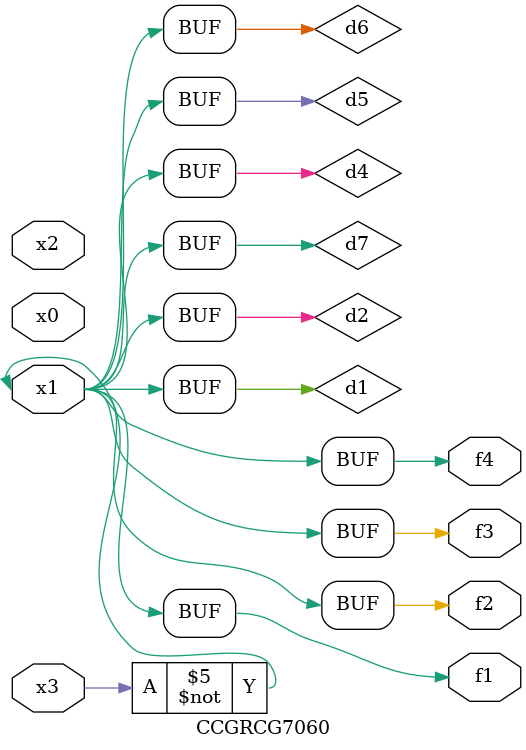
<source format=v>
module CCGRCG7060(
	input x0, x1, x2, x3,
	output f1, f2, f3, f4
);

	wire d1, d2, d3, d4, d5, d6, d7;

	not (d1, x3);
	buf (d2, x1);
	xnor (d3, d1, d2);
	nor (d4, d1);
	buf (d5, d1, d2);
	buf (d6, d4, d5);
	nand (d7, d4);
	assign f1 = d6;
	assign f2 = d7;
	assign f3 = d6;
	assign f4 = d6;
endmodule

</source>
